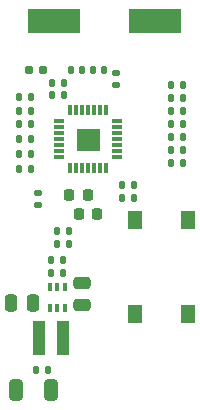
<source format=gtp>
G04 #@! TF.GenerationSoftware,KiCad,Pcbnew,7.0.1*
G04 #@! TF.CreationDate,2023-04-11T16:46:25+02:00*
G04 #@! TF.ProjectId,AFE_03,4146455f-3033-42e6-9b69-6361645f7063,rev?*
G04 #@! TF.SameCoordinates,Original*
G04 #@! TF.FileFunction,Paste,Top*
G04 #@! TF.FilePolarity,Positive*
%FSLAX46Y46*%
G04 Gerber Fmt 4.6, Leading zero omitted, Abs format (unit mm)*
G04 Created by KiCad (PCBNEW 7.0.1) date 2023-04-11 16:46:25*
%MOMM*%
%LPD*%
G01*
G04 APERTURE LIST*
G04 Aperture macros list*
%AMRoundRect*
0 Rectangle with rounded corners*
0 $1 Rounding radius*
0 $2 $3 $4 $5 $6 $7 $8 $9 X,Y pos of 4 corners*
0 Add a 4 corners polygon primitive as box body*
4,1,4,$2,$3,$4,$5,$6,$7,$8,$9,$2,$3,0*
0 Add four circle primitives for the rounded corners*
1,1,$1+$1,$2,$3*
1,1,$1+$1,$4,$5*
1,1,$1+$1,$6,$7*
1,1,$1+$1,$8,$9*
0 Add four rect primitives between the rounded corners*
20,1,$1+$1,$2,$3,$4,$5,0*
20,1,$1+$1,$4,$5,$6,$7,0*
20,1,$1+$1,$6,$7,$8,$9,0*
20,1,$1+$1,$8,$9,$2,$3,0*%
G04 Aperture macros list end*
%ADD10C,0.010000*%
%ADD11RoundRect,0.008100X-0.421900X-0.126900X0.421900X-0.126900X0.421900X0.126900X-0.421900X0.126900X0*%
%ADD12RoundRect,0.008100X0.126900X-0.421900X0.126900X0.421900X-0.126900X0.421900X-0.126900X-0.421900X0*%
%ADD13R,1.000000X2.900000*%
%ADD14RoundRect,0.250000X0.475000X-0.250000X0.475000X0.250000X-0.475000X0.250000X-0.475000X-0.250000X0*%
%ADD15R,1.300000X1.550000*%
%ADD16RoundRect,0.135000X-0.135000X-0.185000X0.135000X-0.185000X0.135000X0.185000X-0.135000X0.185000X0*%
%ADD17RoundRect,0.225000X-0.225000X-0.250000X0.225000X-0.250000X0.225000X0.250000X-0.225000X0.250000X0*%
%ADD18RoundRect,0.250000X0.325000X0.650000X-0.325000X0.650000X-0.325000X-0.650000X0.325000X-0.650000X0*%
%ADD19RoundRect,0.140000X0.140000X0.170000X-0.140000X0.170000X-0.140000X-0.170000X0.140000X-0.170000X0*%
%ADD20RoundRect,0.140000X-0.140000X-0.170000X0.140000X-0.170000X0.140000X0.170000X-0.140000X0.170000X0*%
%ADD21R,4.500000X2.000000*%
%ADD22RoundRect,0.225000X0.225000X0.250000X-0.225000X0.250000X-0.225000X-0.250000X0.225000X-0.250000X0*%
%ADD23R,0.400000X0.700000*%
%ADD24RoundRect,0.250000X0.250000X0.475000X-0.250000X0.475000X-0.250000X-0.475000X0.250000X-0.475000X0*%
%ADD25RoundRect,0.135000X0.135000X0.185000X-0.135000X0.185000X-0.135000X-0.185000X0.135000X-0.185000X0*%
%ADD26RoundRect,0.140000X0.170000X-0.140000X0.170000X0.140000X-0.170000X0.140000X-0.170000X-0.140000X0*%
%ADD27RoundRect,0.155000X0.212500X0.155000X-0.212500X0.155000X-0.212500X-0.155000X0.212500X-0.155000X0*%
%ADD28RoundRect,0.135000X0.185000X-0.135000X0.185000X0.135000X-0.185000X0.135000X-0.185000X-0.135000X0*%
G04 APERTURE END LIST*
D10*
X99520000Y-47900000D02*
X97680000Y-47900000D01*
X97680000Y-46100000D01*
X99520000Y-46100000D01*
X99520000Y-47900000D01*
G36*
X99520000Y-47900000D02*
G01*
X97680000Y-47900000D01*
X97680000Y-46100000D01*
X99520000Y-46100000D01*
X99520000Y-47900000D01*
G37*
D11*
X96165000Y-45500000D03*
X96165000Y-46000000D03*
X96165000Y-46500000D03*
X96165000Y-47000000D03*
X96165000Y-47500000D03*
X96165000Y-48000000D03*
X96165000Y-48500000D03*
D12*
X97100000Y-49435000D03*
X97600000Y-49435000D03*
X98100000Y-49435000D03*
X98600000Y-49435000D03*
X99100000Y-49435000D03*
X99600000Y-49435000D03*
X100100000Y-49435000D03*
D11*
X101035000Y-48500000D03*
X101035000Y-48000000D03*
X101035000Y-47500000D03*
X101035000Y-47000000D03*
X101035000Y-46500000D03*
X101035000Y-46000000D03*
X101035000Y-45500000D03*
D12*
X100100000Y-44565000D03*
X99600000Y-44565000D03*
X99100000Y-44565000D03*
X98600000Y-44565000D03*
X98100000Y-44565000D03*
X97600000Y-44565000D03*
X97100000Y-44565000D03*
D13*
X94485000Y-63850000D03*
X96515000Y-63850000D03*
D14*
X98100000Y-61050000D03*
X98100000Y-59150000D03*
D15*
X107050000Y-53875000D03*
X107050000Y-61825000D03*
X102550000Y-53875000D03*
X102550000Y-61825000D03*
D16*
X92730000Y-49500000D03*
X93750000Y-49500000D03*
D17*
X97025000Y-51700000D03*
X98575000Y-51700000D03*
D16*
X95990000Y-54800000D03*
X97010000Y-54800000D03*
X93760000Y-45750000D03*
X92740000Y-45750000D03*
D18*
X95475000Y-68200000D03*
X92525000Y-68200000D03*
D16*
X92740000Y-48250000D03*
X93760000Y-48250000D03*
X101495000Y-52000000D03*
X102515000Y-52000000D03*
X92740000Y-47000000D03*
X93760000Y-47000000D03*
D19*
X95180000Y-66500000D03*
X94220000Y-66500000D03*
D16*
X105590000Y-44600000D03*
X106610000Y-44600000D03*
D20*
X97120000Y-41100000D03*
X98080000Y-41100000D03*
D21*
X104250000Y-37000000D03*
X95750000Y-37000000D03*
D22*
X99375000Y-53300000D03*
X97825000Y-53300000D03*
D23*
X96650000Y-59550000D03*
X96000000Y-59550000D03*
X95350000Y-59550000D03*
X95350000Y-61250000D03*
X96000000Y-61250000D03*
X96650000Y-61250000D03*
D16*
X105615000Y-43500000D03*
X106635000Y-43500000D03*
D19*
X99980000Y-41100000D03*
X99020000Y-41100000D03*
D16*
X105590000Y-46800000D03*
X106610000Y-46800000D03*
D24*
X93950000Y-60900000D03*
X92050000Y-60900000D03*
D25*
X106635000Y-49000000D03*
X105615000Y-49000000D03*
D26*
X101000000Y-42380000D03*
X101000000Y-41420000D03*
D19*
X96530000Y-42200000D03*
X95570000Y-42200000D03*
X96530000Y-43300000D03*
X95570000Y-43300000D03*
D16*
X92740000Y-44600000D03*
X93760000Y-44600000D03*
X96510000Y-57200000D03*
X95490000Y-57200000D03*
D27*
X94767500Y-41100000D03*
X93632500Y-41100000D03*
D25*
X96510000Y-58300000D03*
X95490000Y-58300000D03*
D16*
X106635000Y-47900000D03*
X105615000Y-47900000D03*
X92740000Y-43400000D03*
X93760000Y-43400000D03*
X106610000Y-45700000D03*
X105590000Y-45700000D03*
D28*
X94375000Y-51590000D03*
X94375000Y-52610000D03*
D25*
X106635000Y-42400000D03*
X105615000Y-42400000D03*
X102525000Y-50900000D03*
X101505000Y-50900000D03*
D16*
X95990000Y-55900000D03*
X97010000Y-55900000D03*
M02*

</source>
